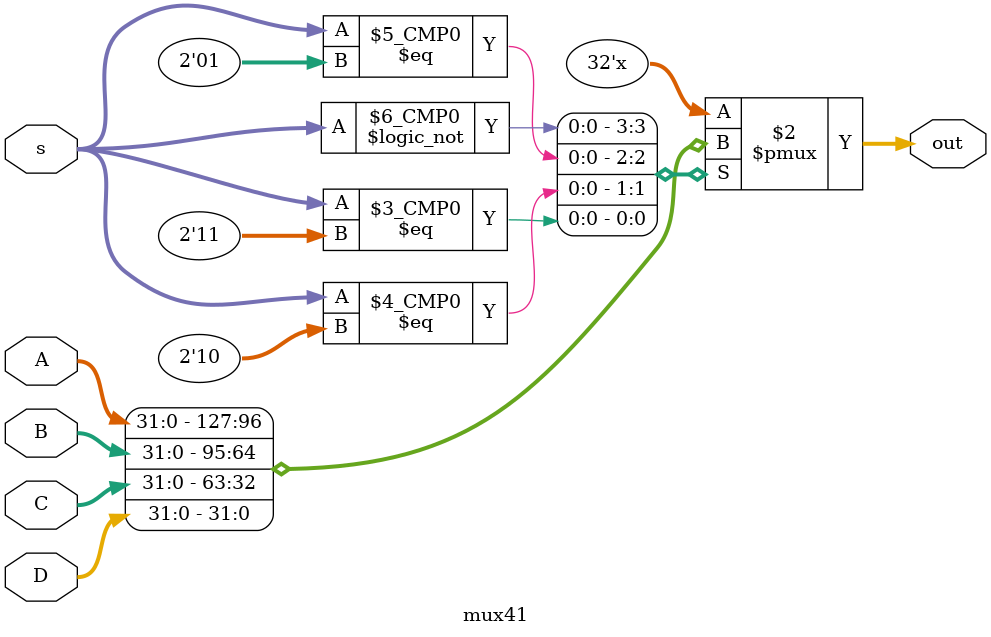
<source format=v>
`timescale 1ns / 1ps
module mux41(input [31:0]A, input [31:0]B, input [31:0]C, input [31:0]D, input [1:0]s, output reg [31:0]out);
   always@(*)
   begin
        case(s)
            2'b00: out = A;
            2'b01: out = B;
            2'b10: out = C;
            2'b11: out = D;
        endcase
   end    
endmodule
</source>
